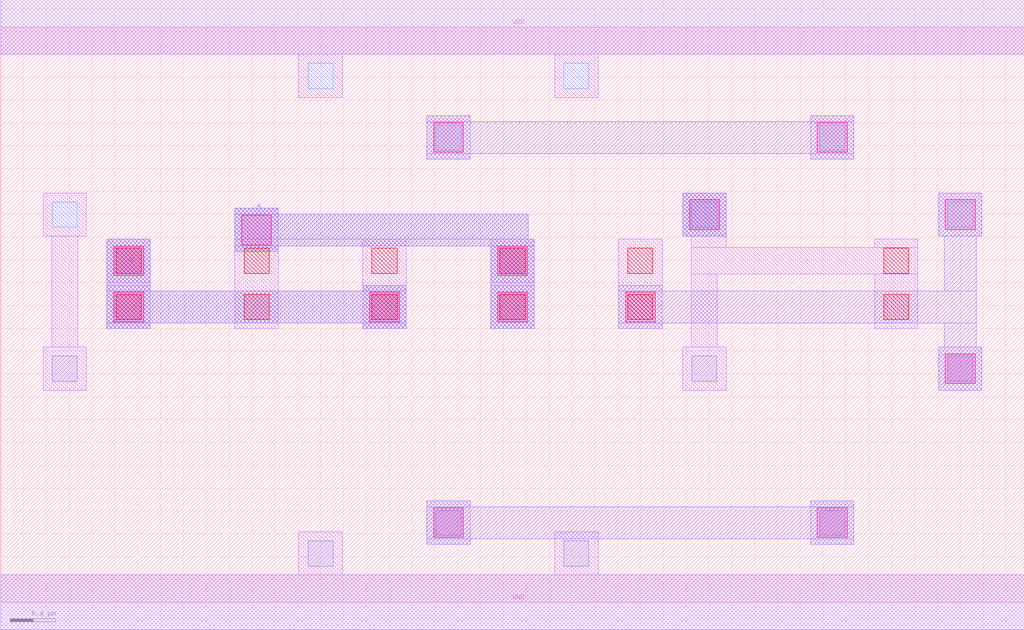
<source format=lef>
MACRO SUTHERLAND1989
 CLASS CORE ;
 FOREIGN SUTHERLAND1989 0 0 ;
 SIZE 8.96 BY 5.04 ;
 ORIGIN 0 0 ;
 SYMMETRY X Y R90 ;
 SITE unit ;
  PIN VDD
   DIRECTION INOUT ;
   USE POWER ;
   SHAPE ABUTMENT ;
    PORT
     CLASS CORE ;
       LAYER met1 ;
        RECT 0.00000000 4.80000000 8.96000000 5.28000000 ;
    END
  END VDD

  PIN GND
   DIRECTION INOUT ;
   USE POWER ;
   SHAPE ABUTMENT ;
    PORT
     CLASS CORE ;
       LAYER met1 ;
        RECT 0.00000000 -0.24000000 8.96000000 0.24000000 ;
    END
  END GND

  PIN C
   DIRECTION INOUT ;
   USE SIGNAL ;
   SHAPE ABUTMENT ;
    PORT
     CLASS CORE ;
       LAYER met2 ;
        RECT 5.97000000 3.20700000 6.35000000 3.58700000 ;
    END
  END C

  PIN A
   DIRECTION INOUT ;
   USE SIGNAL ;
   SHAPE ABUTMENT ;
    PORT
     CLASS CORE ;
       LAYER met2 ;
        RECT 2.05000000 3.07200000 2.43000000 3.12200000 ;
        RECT 4.29000000 2.39700000 4.67000000 3.12200000 ;
        RECT 2.05000000 3.12200000 4.67000000 3.18200000 ;
        RECT 2.05000000 3.18200000 4.62000000 3.40200000 ;
        RECT 2.05000000 3.40200000 2.43000000 3.45200000 ;
    END
  END A

  PIN B
   DIRECTION INOUT ;
   USE SIGNAL ;
   SHAPE ABUTMENT ;
    PORT
     CLASS CORE ;
       LAYER met2 ;
        RECT 0.93000000 2.39700000 1.31000000 2.44700000 ;
        RECT 3.17000000 2.39700000 3.55000000 2.44700000 ;
        RECT 0.93000000 2.44700000 3.55000000 2.72700000 ;
        RECT 3.17000000 2.72700000 3.55000000 2.77700000 ;
        RECT 0.93000000 2.72700000 1.31000000 3.18200000 ;
    END
  END B

 OBS
    LAYER polycont ;
     RECT 1.01000000 2.47700000 1.23000000 2.69700000 ;
     RECT 2.13000000 2.47700000 2.35000000 2.69700000 ;
     RECT 3.25000000 2.47700000 3.47000000 2.69700000 ;
     RECT 4.37000000 2.47700000 4.59000000 2.69700000 ;
     RECT 5.49000000 2.47700000 5.71000000 2.69700000 ;
     RECT 7.73000000 2.47700000 7.95000000 2.69700000 ;
     RECT 1.01000000 2.88200000 1.23000000 3.10200000 ;
     RECT 2.13000000 2.88200000 2.35000000 3.10200000 ;
     RECT 3.25000000 2.88200000 3.47000000 3.10200000 ;
     RECT 4.37000000 2.88200000 4.59000000 3.10200000 ;
     RECT 5.49000000 2.88200000 5.71000000 3.10200000 ;
     RECT 7.73000000 2.88200000 7.95000000 3.10200000 ;

    LAYER pdiffc ;
     RECT 0.45000000 3.28700000 0.67000000 3.50700000 ;
     RECT 6.05000000 3.28700000 6.27000000 3.50700000 ;
     RECT 8.29000000 3.28700000 8.51000000 3.50700000 ;
     RECT 3.81000000 3.96200000 4.03000000 4.18200000 ;
     RECT 7.17000000 3.96200000 7.39000000 4.18200000 ;
     RECT 2.69000000 4.50200000 2.91000000 4.72200000 ;
     RECT 4.93000000 4.50200000 5.15000000 4.72200000 ;

    LAYER ndiffc ;
     RECT 2.69000000 0.31700000 2.91000000 0.53700000 ;
     RECT 4.93000000 0.31700000 5.15000000 0.53700000 ;
     RECT 3.81000000 0.58700000 4.03000000 0.80700000 ;
     RECT 7.17000000 0.58700000 7.39000000 0.80700000 ;
     RECT 0.45000000 1.93700000 0.67000000 2.15700000 ;
     RECT 6.05000000 1.93700000 6.27000000 2.15700000 ;
     RECT 8.29000000 1.93700000 8.51000000 2.15700000 ;

    LAYER met1 ;
     RECT 0.00000000 -0.24000000 8.96000000 0.24000000 ;
     RECT 2.61000000 0.24000000 2.99000000 0.61700000 ;
     RECT 4.85000000 0.24000000 5.23000000 0.61700000 ;
     RECT 3.73000000 0.50700000 4.11000000 0.88700000 ;
     RECT 7.09000000 0.50700000 7.47000000 0.88700000 ;
     RECT 8.21000000 1.85700000 8.59000000 2.23700000 ;
     RECT 0.93000000 2.39700000 1.31000000 2.77700000 ;
     RECT 4.29000000 2.39700000 4.67000000 2.77700000 ;
     RECT 0.93000000 2.80200000 1.31000000 3.18200000 ;
     RECT 3.17000000 2.39700000 3.55000000 3.18200000 ;
     RECT 4.29000000 2.80200000 4.67000000 3.18200000 ;
     RECT 5.41000000 2.39700000 5.79000000 3.18200000 ;
     RECT 2.05000000 2.39700000 2.43000000 3.45200000 ;
     RECT 0.37000000 1.85700000 0.75000000 2.23700000 ;
     RECT 0.44500000 2.23700000 0.67500000 3.20700000 ;
     RECT 0.37000000 3.20700000 0.75000000 3.58700000 ;
     RECT 5.97000000 1.85700000 6.35000000 2.23700000 ;
     RECT 6.04500000 2.23700000 6.27500000 2.87700000 ;
     RECT 7.65000000 2.39700000 8.03000000 2.87700000 ;
     RECT 6.04500000 2.87700000 8.03000000 3.10700000 ;
     RECT 7.65000000 3.10700000 8.03000000 3.18200000 ;
     RECT 6.04500000 3.10700000 6.35000000 3.20700000 ;
     RECT 5.97000000 3.20700000 6.35000000 3.58700000 ;
     RECT 8.21000000 3.20700000 8.59000000 3.58700000 ;
     RECT 3.73000000 3.88200000 4.11000000 4.26200000 ;
     RECT 7.09000000 3.88200000 7.47000000 4.26200000 ;
     RECT 2.61000000 4.42200000 2.99000000 4.80000000 ;
     RECT 4.85000000 4.42200000 5.23000000 4.80000000 ;
     RECT 0.00000000 4.80000000 8.96000000 5.28000000 ;

    LAYER via1 ;
     RECT 3.79000000 0.56700000 4.05000000 0.82700000 ;
     RECT 7.15000000 0.56700000 7.41000000 0.82700000 ;
     RECT 8.27000000 1.91700000 8.53000000 2.17700000 ;
     RECT 0.99000000 2.45700000 1.25000000 2.71700000 ;
     RECT 3.23000000 2.45700000 3.49000000 2.71700000 ;
     RECT 4.35000000 2.45700000 4.61000000 2.71700000 ;
     RECT 5.47000000 2.45700000 5.73000000 2.71700000 ;
     RECT 0.99000000 2.86200000 1.25000000 3.12200000 ;
     RECT 4.35000000 2.86200000 4.61000000 3.12200000 ;
     RECT 2.11000000 3.13200000 2.37000000 3.39200000 ;
     RECT 6.03000000 3.26700000 6.29000000 3.52700000 ;
     RECT 8.27000000 3.26700000 8.53000000 3.52700000 ;
     RECT 3.79000000 3.94200000 4.05000000 4.20200000 ;
     RECT 7.15000000 3.94200000 7.41000000 4.20200000 ;

    LAYER met2 ;
     RECT 3.73000000 0.50700000 4.11000000 0.55700000 ;
     RECT 7.09000000 0.50700000 7.47000000 0.55700000 ;
     RECT 3.73000000 0.55700000 7.47000000 0.83700000 ;
     RECT 3.73000000 0.83700000 4.11000000 0.88700000 ;
     RECT 7.09000000 0.83700000 7.47000000 0.88700000 ;
     RECT 0.93000000 2.39700000 1.31000000 2.44700000 ;
     RECT 3.17000000 2.39700000 3.55000000 2.44700000 ;
     RECT 0.93000000 2.44700000 3.55000000 2.72700000 ;
     RECT 3.17000000 2.72700000 3.55000000 2.77700000 ;
     RECT 0.93000000 2.72700000 1.31000000 3.18200000 ;
     RECT 2.05000000 3.07200000 2.43000000 3.12200000 ;
     RECT 4.29000000 2.39700000 4.67000000 3.12200000 ;
     RECT 2.05000000 3.12200000 4.67000000 3.18200000 ;
     RECT 2.05000000 3.18200000 4.62000000 3.40200000 ;
     RECT 2.05000000 3.40200000 2.43000000 3.45200000 ;
     RECT 5.97000000 3.20700000 6.35000000 3.58700000 ;
     RECT 8.21000000 1.85700000 8.59000000 2.23700000 ;
     RECT 5.41000000 2.39700000 5.79000000 2.44700000 ;
     RECT 8.26000000 2.23700000 8.54000000 2.44700000 ;
     RECT 5.41000000 2.44700000 8.54000000 2.72700000 ;
     RECT 5.41000000 2.72700000 5.79000000 2.77700000 ;
     RECT 8.26000000 2.72700000 8.54000000 3.20700000 ;
     RECT 8.21000000 3.20700000 8.59000000 3.58700000 ;
     RECT 3.73000000 3.88200000 4.11000000 3.93200000 ;
     RECT 7.09000000 3.88200000 7.47000000 3.93200000 ;
     RECT 3.73000000 3.93200000 7.47000000 4.21200000 ;
     RECT 3.73000000 4.21200000 4.11000000 4.26200000 ;
     RECT 7.09000000 4.21200000 7.47000000 4.26200000 ;

 END
END SUTHERLAND1989

</source>
